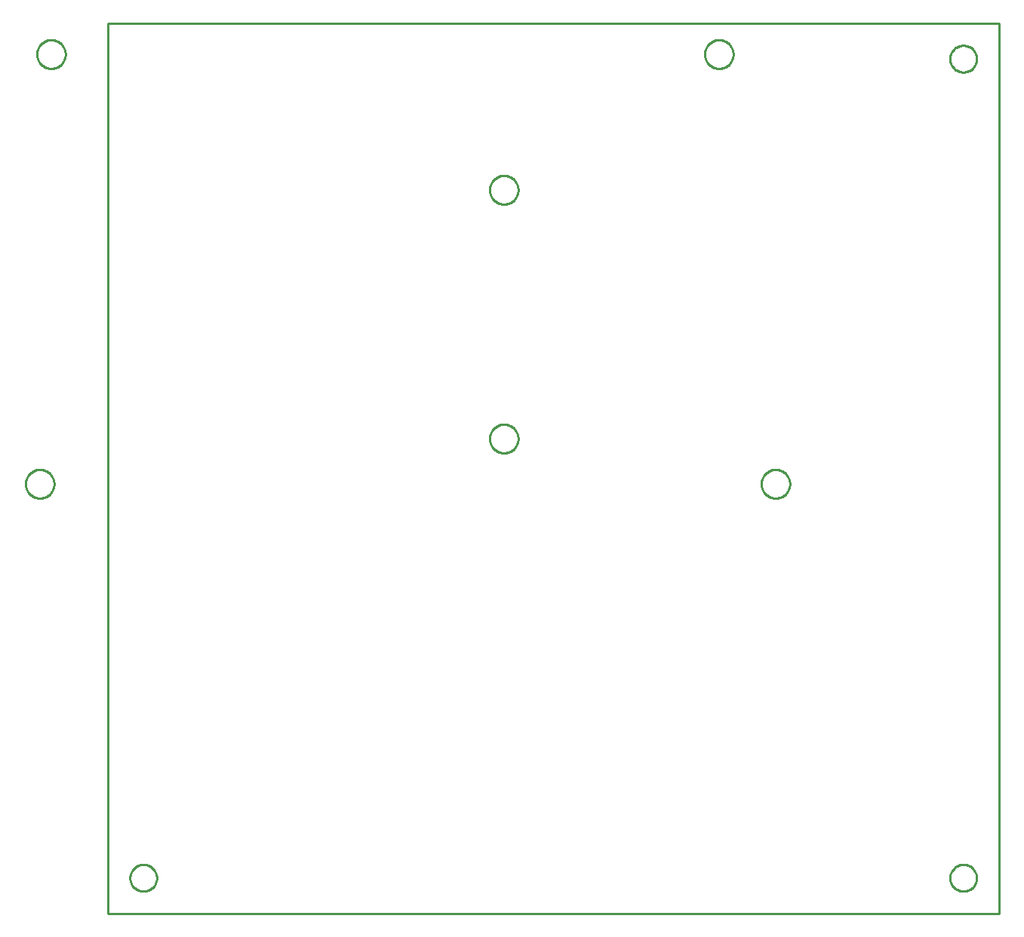
<source format=gbr>
G04 EAGLE Gerber RS-274X export*
G75*
%MOMM*%
%FSLAX34Y34*%
%LPD*%
%IN*%
%IPPOS*%
%AMOC8*
5,1,8,0,0,1.08239X$1,22.5*%
G01*
%ADD10C,0.254000*%


D10*
X0Y0D02*
X1000000Y0D01*
X1000000Y1000000D01*
X0Y1000000D01*
X0Y0D01*
X975000Y39464D02*
X974924Y38396D01*
X974771Y37335D01*
X974543Y36288D01*
X974241Y35260D01*
X973867Y34256D01*
X973422Y33281D01*
X972908Y32341D01*
X972329Y31440D01*
X971687Y30582D01*
X970985Y29772D01*
X970228Y29015D01*
X969418Y28313D01*
X968560Y27671D01*
X967659Y27092D01*
X966719Y26578D01*
X965744Y26133D01*
X964740Y25759D01*
X963712Y25457D01*
X962665Y25229D01*
X961604Y25076D01*
X960536Y25000D01*
X959464Y25000D01*
X958396Y25076D01*
X957335Y25229D01*
X956288Y25457D01*
X955260Y25759D01*
X954256Y26133D01*
X953281Y26578D01*
X952341Y27092D01*
X951440Y27671D01*
X950582Y28313D01*
X949772Y29015D01*
X949015Y29772D01*
X948313Y30582D01*
X947671Y31440D01*
X947092Y32341D01*
X946578Y33281D01*
X946133Y34256D01*
X945759Y35260D01*
X945457Y36288D01*
X945229Y37335D01*
X945076Y38396D01*
X945000Y39464D01*
X945000Y40536D01*
X945076Y41604D01*
X945229Y42665D01*
X945457Y43712D01*
X945759Y44740D01*
X946133Y45744D01*
X946578Y46719D01*
X947092Y47659D01*
X947671Y48560D01*
X948313Y49418D01*
X949015Y50228D01*
X949772Y50985D01*
X950582Y51687D01*
X951440Y52329D01*
X952341Y52908D01*
X953281Y53422D01*
X954256Y53867D01*
X955260Y54241D01*
X956288Y54543D01*
X957335Y54771D01*
X958396Y54924D01*
X959464Y55000D01*
X960536Y55000D01*
X961604Y54924D01*
X962665Y54771D01*
X963712Y54543D01*
X964740Y54241D01*
X965744Y53867D01*
X966719Y53422D01*
X967659Y52908D01*
X968560Y52329D01*
X969418Y51687D01*
X970228Y50985D01*
X970985Y50228D01*
X971687Y49418D01*
X972329Y48560D01*
X972908Y47659D01*
X973422Y46719D01*
X973867Y45744D01*
X974241Y44740D01*
X974543Y43712D01*
X974771Y42665D01*
X974924Y41604D01*
X975000Y40536D01*
X975000Y39464D01*
X55000Y39464D02*
X54924Y38396D01*
X54771Y37335D01*
X54543Y36288D01*
X54241Y35260D01*
X53867Y34256D01*
X53422Y33281D01*
X52908Y32341D01*
X52329Y31440D01*
X51687Y30582D01*
X50985Y29772D01*
X50228Y29015D01*
X49418Y28313D01*
X48560Y27671D01*
X47659Y27092D01*
X46719Y26578D01*
X45744Y26133D01*
X44740Y25759D01*
X43712Y25457D01*
X42665Y25229D01*
X41604Y25076D01*
X40536Y25000D01*
X39464Y25000D01*
X38396Y25076D01*
X37335Y25229D01*
X36288Y25457D01*
X35260Y25759D01*
X34256Y26133D01*
X33281Y26578D01*
X32341Y27092D01*
X31440Y27671D01*
X30582Y28313D01*
X29772Y29015D01*
X29015Y29772D01*
X28313Y30582D01*
X27671Y31440D01*
X27092Y32341D01*
X26578Y33281D01*
X26133Y34256D01*
X25759Y35260D01*
X25457Y36288D01*
X25229Y37335D01*
X25076Y38396D01*
X25000Y39464D01*
X25000Y40536D01*
X25076Y41604D01*
X25229Y42665D01*
X25457Y43712D01*
X25759Y44740D01*
X26133Y45744D01*
X26578Y46719D01*
X27092Y47659D01*
X27671Y48560D01*
X28313Y49418D01*
X29015Y50228D01*
X29772Y50985D01*
X30582Y51687D01*
X31440Y52329D01*
X32341Y52908D01*
X33281Y53422D01*
X34256Y53867D01*
X35260Y54241D01*
X36288Y54543D01*
X37335Y54771D01*
X38396Y54924D01*
X39464Y55000D01*
X40536Y55000D01*
X41604Y54924D01*
X42665Y54771D01*
X43712Y54543D01*
X44740Y54241D01*
X45744Y53867D01*
X46719Y53422D01*
X47659Y52908D01*
X48560Y52329D01*
X49418Y51687D01*
X50228Y50985D01*
X50985Y50228D01*
X51687Y49418D01*
X52329Y48560D01*
X52908Y47659D01*
X53422Y46719D01*
X53867Y45744D01*
X54241Y44740D01*
X54543Y43712D01*
X54771Y42665D01*
X54924Y41604D01*
X55000Y40536D01*
X55000Y39464D01*
X975000Y959464D02*
X974924Y958396D01*
X974771Y957335D01*
X974543Y956288D01*
X974241Y955260D01*
X973867Y954256D01*
X973422Y953281D01*
X972908Y952341D01*
X972329Y951440D01*
X971687Y950582D01*
X970985Y949772D01*
X970228Y949015D01*
X969418Y948313D01*
X968560Y947671D01*
X967659Y947092D01*
X966719Y946578D01*
X965744Y946133D01*
X964740Y945759D01*
X963712Y945457D01*
X962665Y945229D01*
X961604Y945076D01*
X960536Y945000D01*
X959464Y945000D01*
X958396Y945076D01*
X957335Y945229D01*
X956288Y945457D01*
X955260Y945759D01*
X954256Y946133D01*
X953281Y946578D01*
X952341Y947092D01*
X951440Y947671D01*
X950582Y948313D01*
X949772Y949015D01*
X949015Y949772D01*
X948313Y950582D01*
X947671Y951440D01*
X947092Y952341D01*
X946578Y953281D01*
X946133Y954256D01*
X945759Y955260D01*
X945457Y956288D01*
X945229Y957335D01*
X945076Y958396D01*
X945000Y959464D01*
X945000Y960536D01*
X945076Y961604D01*
X945229Y962665D01*
X945457Y963712D01*
X945759Y964740D01*
X946133Y965744D01*
X946578Y966719D01*
X947092Y967659D01*
X947671Y968560D01*
X948313Y969418D01*
X949015Y970228D01*
X949772Y970985D01*
X950582Y971687D01*
X951440Y972329D01*
X952341Y972908D01*
X953281Y973422D01*
X954256Y973867D01*
X955260Y974241D01*
X956288Y974543D01*
X957335Y974771D01*
X958396Y974924D01*
X959464Y975000D01*
X960536Y975000D01*
X961604Y974924D01*
X962665Y974771D01*
X963712Y974543D01*
X964740Y974241D01*
X965744Y973867D01*
X966719Y973422D01*
X967659Y972908D01*
X968560Y972329D01*
X969418Y971687D01*
X970228Y970985D01*
X970985Y970228D01*
X971687Y969418D01*
X972329Y968560D01*
X972908Y967659D01*
X973422Y966719D01*
X973867Y965744D01*
X974241Y964740D01*
X974543Y963712D01*
X974771Y962665D01*
X974924Y961604D01*
X975000Y960536D01*
X975000Y959464D01*
X-47500Y964676D02*
X-47569Y963631D01*
X-47705Y962592D01*
X-47910Y961565D01*
X-48181Y960553D01*
X-48517Y959561D01*
X-48918Y958593D01*
X-49382Y957654D01*
X-49906Y956746D01*
X-50488Y955875D01*
X-51125Y955044D01*
X-51816Y954257D01*
X-52557Y953516D01*
X-53344Y952825D01*
X-54175Y952188D01*
X-55046Y951606D01*
X-55954Y951082D01*
X-56893Y950618D01*
X-57861Y950217D01*
X-58853Y949881D01*
X-59865Y949610D01*
X-60892Y949405D01*
X-61931Y949269D01*
X-62976Y949200D01*
X-64024Y949200D01*
X-65069Y949269D01*
X-66108Y949405D01*
X-67135Y949610D01*
X-68147Y949881D01*
X-69139Y950217D01*
X-70107Y950618D01*
X-71046Y951082D01*
X-71954Y951606D01*
X-72825Y952188D01*
X-73656Y952825D01*
X-74443Y953516D01*
X-75184Y954257D01*
X-75875Y955044D01*
X-76513Y955875D01*
X-77095Y956746D01*
X-77618Y957654D01*
X-78082Y958593D01*
X-78483Y959561D01*
X-78819Y960553D01*
X-79090Y961565D01*
X-79295Y962592D01*
X-79432Y963631D01*
X-79500Y964676D01*
X-79500Y965724D01*
X-79432Y966769D01*
X-79295Y967808D01*
X-79090Y968835D01*
X-78819Y969847D01*
X-78483Y970839D01*
X-78082Y971807D01*
X-77618Y972746D01*
X-77095Y973654D01*
X-76513Y974525D01*
X-75875Y975356D01*
X-75184Y976143D01*
X-74443Y976884D01*
X-73656Y977575D01*
X-72825Y978213D01*
X-71954Y978795D01*
X-71046Y979318D01*
X-70107Y979782D01*
X-69139Y980183D01*
X-68147Y980519D01*
X-67135Y980790D01*
X-66108Y980995D01*
X-65069Y981132D01*
X-64024Y981200D01*
X-62976Y981200D01*
X-61931Y981132D01*
X-60892Y980995D01*
X-59865Y980790D01*
X-58853Y980519D01*
X-57861Y980183D01*
X-56893Y979782D01*
X-55954Y979318D01*
X-55046Y978795D01*
X-54175Y978213D01*
X-53344Y977575D01*
X-52557Y976884D01*
X-51816Y976143D01*
X-51125Y975356D01*
X-50488Y974525D01*
X-49906Y973654D01*
X-49382Y972746D01*
X-48918Y971807D01*
X-48517Y970839D01*
X-48181Y969847D01*
X-47910Y968835D01*
X-47705Y967808D01*
X-47569Y966769D01*
X-47500Y965724D01*
X-47500Y964676D01*
X-60200Y482076D02*
X-60269Y481031D01*
X-60405Y479992D01*
X-60610Y478965D01*
X-60881Y477953D01*
X-61217Y476961D01*
X-61618Y475993D01*
X-62082Y475054D01*
X-62606Y474146D01*
X-63188Y473275D01*
X-63825Y472444D01*
X-64516Y471657D01*
X-65257Y470916D01*
X-66044Y470225D01*
X-66875Y469588D01*
X-67746Y469006D01*
X-68654Y468482D01*
X-69593Y468018D01*
X-70561Y467617D01*
X-71553Y467281D01*
X-72565Y467010D01*
X-73592Y466805D01*
X-74631Y466669D01*
X-75676Y466600D01*
X-76724Y466600D01*
X-77769Y466669D01*
X-78808Y466805D01*
X-79835Y467010D01*
X-80847Y467281D01*
X-81839Y467617D01*
X-82807Y468018D01*
X-83746Y468482D01*
X-84654Y469006D01*
X-85525Y469588D01*
X-86356Y470225D01*
X-87143Y470916D01*
X-87884Y471657D01*
X-88575Y472444D01*
X-89213Y473275D01*
X-89795Y474146D01*
X-90318Y475054D01*
X-90782Y475993D01*
X-91183Y476961D01*
X-91519Y477953D01*
X-91790Y478965D01*
X-91995Y479992D01*
X-92132Y481031D01*
X-92200Y482076D01*
X-92200Y483124D01*
X-92132Y484169D01*
X-91995Y485208D01*
X-91790Y486235D01*
X-91519Y487247D01*
X-91183Y488239D01*
X-90782Y489207D01*
X-90318Y490146D01*
X-89795Y491054D01*
X-89213Y491925D01*
X-88575Y492756D01*
X-87884Y493543D01*
X-87143Y494284D01*
X-86356Y494975D01*
X-85525Y495613D01*
X-84654Y496195D01*
X-83746Y496718D01*
X-82807Y497182D01*
X-81839Y497583D01*
X-80847Y497919D01*
X-79835Y498190D01*
X-78808Y498395D01*
X-77769Y498532D01*
X-76724Y498600D01*
X-75676Y498600D01*
X-74631Y498532D01*
X-73592Y498395D01*
X-72565Y498190D01*
X-71553Y497919D01*
X-70561Y497583D01*
X-69593Y497182D01*
X-68654Y496718D01*
X-67746Y496195D01*
X-66875Y495613D01*
X-66044Y494975D01*
X-65257Y494284D01*
X-64516Y493543D01*
X-63825Y492756D01*
X-63188Y491925D01*
X-62606Y491054D01*
X-62082Y490146D01*
X-61618Y489207D01*
X-61217Y488239D01*
X-60881Y487247D01*
X-60610Y486235D01*
X-60405Y485208D01*
X-60269Y484169D01*
X-60200Y483124D01*
X-60200Y482076D01*
X460500Y812276D02*
X460432Y811231D01*
X460295Y810192D01*
X460090Y809165D01*
X459819Y808153D01*
X459483Y807161D01*
X459082Y806193D01*
X458618Y805254D01*
X458095Y804346D01*
X457513Y803475D01*
X456875Y802644D01*
X456184Y801857D01*
X455443Y801116D01*
X454656Y800425D01*
X453825Y799788D01*
X452954Y799206D01*
X452046Y798682D01*
X451107Y798218D01*
X450139Y797817D01*
X449147Y797481D01*
X448135Y797210D01*
X447108Y797005D01*
X446069Y796869D01*
X445024Y796800D01*
X443976Y796800D01*
X442931Y796869D01*
X441892Y797005D01*
X440865Y797210D01*
X439853Y797481D01*
X438861Y797817D01*
X437893Y798218D01*
X436954Y798682D01*
X436046Y799206D01*
X435175Y799788D01*
X434344Y800425D01*
X433557Y801116D01*
X432816Y801857D01*
X432125Y802644D01*
X431488Y803475D01*
X430906Y804346D01*
X430382Y805254D01*
X429918Y806193D01*
X429517Y807161D01*
X429181Y808153D01*
X428910Y809165D01*
X428705Y810192D01*
X428569Y811231D01*
X428500Y812276D01*
X428500Y813324D01*
X428569Y814369D01*
X428705Y815408D01*
X428910Y816435D01*
X429181Y817447D01*
X429517Y818439D01*
X429918Y819407D01*
X430382Y820346D01*
X430906Y821254D01*
X431488Y822125D01*
X432125Y822956D01*
X432816Y823743D01*
X433557Y824484D01*
X434344Y825175D01*
X435175Y825813D01*
X436046Y826395D01*
X436954Y826918D01*
X437893Y827382D01*
X438861Y827783D01*
X439853Y828119D01*
X440865Y828390D01*
X441892Y828595D01*
X442931Y828732D01*
X443976Y828800D01*
X445024Y828800D01*
X446069Y828732D01*
X447108Y828595D01*
X448135Y828390D01*
X449147Y828119D01*
X450139Y827783D01*
X451107Y827382D01*
X452046Y826918D01*
X452954Y826395D01*
X453825Y825813D01*
X454656Y825175D01*
X455443Y824484D01*
X456184Y823743D01*
X456875Y822956D01*
X457513Y822125D01*
X458095Y821254D01*
X458618Y820346D01*
X459082Y819407D01*
X459483Y818439D01*
X459819Y817447D01*
X460090Y816435D01*
X460295Y815408D01*
X460432Y814369D01*
X460500Y813324D01*
X460500Y812276D01*
X460500Y532876D02*
X460432Y531831D01*
X460295Y530792D01*
X460090Y529765D01*
X459819Y528753D01*
X459483Y527761D01*
X459082Y526793D01*
X458618Y525854D01*
X458095Y524946D01*
X457513Y524075D01*
X456875Y523244D01*
X456184Y522457D01*
X455443Y521716D01*
X454656Y521025D01*
X453825Y520388D01*
X452954Y519806D01*
X452046Y519282D01*
X451107Y518818D01*
X450139Y518417D01*
X449147Y518081D01*
X448135Y517810D01*
X447108Y517605D01*
X446069Y517469D01*
X445024Y517400D01*
X443976Y517400D01*
X442931Y517469D01*
X441892Y517605D01*
X440865Y517810D01*
X439853Y518081D01*
X438861Y518417D01*
X437893Y518818D01*
X436954Y519282D01*
X436046Y519806D01*
X435175Y520388D01*
X434344Y521025D01*
X433557Y521716D01*
X432816Y522457D01*
X432125Y523244D01*
X431488Y524075D01*
X430906Y524946D01*
X430382Y525854D01*
X429918Y526793D01*
X429517Y527761D01*
X429181Y528753D01*
X428910Y529765D01*
X428705Y530792D01*
X428569Y531831D01*
X428500Y532876D01*
X428500Y533924D01*
X428569Y534969D01*
X428705Y536008D01*
X428910Y537035D01*
X429181Y538047D01*
X429517Y539039D01*
X429918Y540007D01*
X430382Y540946D01*
X430906Y541854D01*
X431488Y542725D01*
X432125Y543556D01*
X432816Y544343D01*
X433557Y545084D01*
X434344Y545775D01*
X435175Y546413D01*
X436046Y546995D01*
X436954Y547518D01*
X437893Y547982D01*
X438861Y548383D01*
X439853Y548719D01*
X440865Y548990D01*
X441892Y549195D01*
X442931Y549332D01*
X443976Y549400D01*
X445024Y549400D01*
X446069Y549332D01*
X447108Y549195D01*
X448135Y548990D01*
X449147Y548719D01*
X450139Y548383D01*
X451107Y547982D01*
X452046Y547518D01*
X452954Y546995D01*
X453825Y546413D01*
X454656Y545775D01*
X455443Y545084D01*
X456184Y544343D01*
X456875Y543556D01*
X457513Y542725D01*
X458095Y541854D01*
X458618Y540946D01*
X459082Y540007D01*
X459483Y539039D01*
X459819Y538047D01*
X460090Y537035D01*
X460295Y536008D01*
X460432Y534969D01*
X460500Y533924D01*
X460500Y532876D01*
X701800Y964676D02*
X701732Y963631D01*
X701595Y962592D01*
X701390Y961565D01*
X701119Y960553D01*
X700783Y959561D01*
X700382Y958593D01*
X699918Y957654D01*
X699395Y956746D01*
X698813Y955875D01*
X698175Y955044D01*
X697484Y954257D01*
X696743Y953516D01*
X695956Y952825D01*
X695125Y952188D01*
X694254Y951606D01*
X693346Y951082D01*
X692407Y950618D01*
X691439Y950217D01*
X690447Y949881D01*
X689435Y949610D01*
X688408Y949405D01*
X687369Y949269D01*
X686324Y949200D01*
X685276Y949200D01*
X684231Y949269D01*
X683192Y949405D01*
X682165Y949610D01*
X681153Y949881D01*
X680161Y950217D01*
X679193Y950618D01*
X678254Y951082D01*
X677346Y951606D01*
X676475Y952188D01*
X675644Y952825D01*
X674857Y953516D01*
X674116Y954257D01*
X673425Y955044D01*
X672788Y955875D01*
X672206Y956746D01*
X671682Y957654D01*
X671218Y958593D01*
X670817Y959561D01*
X670481Y960553D01*
X670210Y961565D01*
X670005Y962592D01*
X669869Y963631D01*
X669800Y964676D01*
X669800Y965724D01*
X669869Y966769D01*
X670005Y967808D01*
X670210Y968835D01*
X670481Y969847D01*
X670817Y970839D01*
X671218Y971807D01*
X671682Y972746D01*
X672206Y973654D01*
X672788Y974525D01*
X673425Y975356D01*
X674116Y976143D01*
X674857Y976884D01*
X675644Y977575D01*
X676475Y978213D01*
X677346Y978795D01*
X678254Y979318D01*
X679193Y979782D01*
X680161Y980183D01*
X681153Y980519D01*
X682165Y980790D01*
X683192Y980995D01*
X684231Y981132D01*
X685276Y981200D01*
X686324Y981200D01*
X687369Y981132D01*
X688408Y980995D01*
X689435Y980790D01*
X690447Y980519D01*
X691439Y980183D01*
X692407Y979782D01*
X693346Y979318D01*
X694254Y978795D01*
X695125Y978213D01*
X695956Y977575D01*
X696743Y976884D01*
X697484Y976143D01*
X698175Y975356D01*
X698813Y974525D01*
X699395Y973654D01*
X699918Y972746D01*
X700382Y971807D01*
X700783Y970839D01*
X701119Y969847D01*
X701390Y968835D01*
X701595Y967808D01*
X701732Y966769D01*
X701800Y965724D01*
X701800Y964676D01*
X765300Y482076D02*
X765232Y481031D01*
X765095Y479992D01*
X764890Y478965D01*
X764619Y477953D01*
X764283Y476961D01*
X763882Y475993D01*
X763418Y475054D01*
X762895Y474146D01*
X762313Y473275D01*
X761675Y472444D01*
X760984Y471657D01*
X760243Y470916D01*
X759456Y470225D01*
X758625Y469588D01*
X757754Y469006D01*
X756846Y468482D01*
X755907Y468018D01*
X754939Y467617D01*
X753947Y467281D01*
X752935Y467010D01*
X751908Y466805D01*
X750869Y466669D01*
X749824Y466600D01*
X748776Y466600D01*
X747731Y466669D01*
X746692Y466805D01*
X745665Y467010D01*
X744653Y467281D01*
X743661Y467617D01*
X742693Y468018D01*
X741754Y468482D01*
X740846Y469006D01*
X739975Y469588D01*
X739144Y470225D01*
X738357Y470916D01*
X737616Y471657D01*
X736925Y472444D01*
X736288Y473275D01*
X735706Y474146D01*
X735182Y475054D01*
X734718Y475993D01*
X734317Y476961D01*
X733981Y477953D01*
X733710Y478965D01*
X733505Y479992D01*
X733369Y481031D01*
X733300Y482076D01*
X733300Y483124D01*
X733369Y484169D01*
X733505Y485208D01*
X733710Y486235D01*
X733981Y487247D01*
X734317Y488239D01*
X734718Y489207D01*
X735182Y490146D01*
X735706Y491054D01*
X736288Y491925D01*
X736925Y492756D01*
X737616Y493543D01*
X738357Y494284D01*
X739144Y494975D01*
X739975Y495613D01*
X740846Y496195D01*
X741754Y496718D01*
X742693Y497182D01*
X743661Y497583D01*
X744653Y497919D01*
X745665Y498190D01*
X746692Y498395D01*
X747731Y498532D01*
X748776Y498600D01*
X749824Y498600D01*
X750869Y498532D01*
X751908Y498395D01*
X752935Y498190D01*
X753947Y497919D01*
X754939Y497583D01*
X755907Y497182D01*
X756846Y496718D01*
X757754Y496195D01*
X758625Y495613D01*
X759456Y494975D01*
X760243Y494284D01*
X760984Y493543D01*
X761675Y492756D01*
X762313Y491925D01*
X762895Y491054D01*
X763418Y490146D01*
X763882Y489207D01*
X764283Y488239D01*
X764619Y487247D01*
X764890Y486235D01*
X765095Y485208D01*
X765232Y484169D01*
X765300Y483124D01*
X765300Y482076D01*
M02*

</source>
